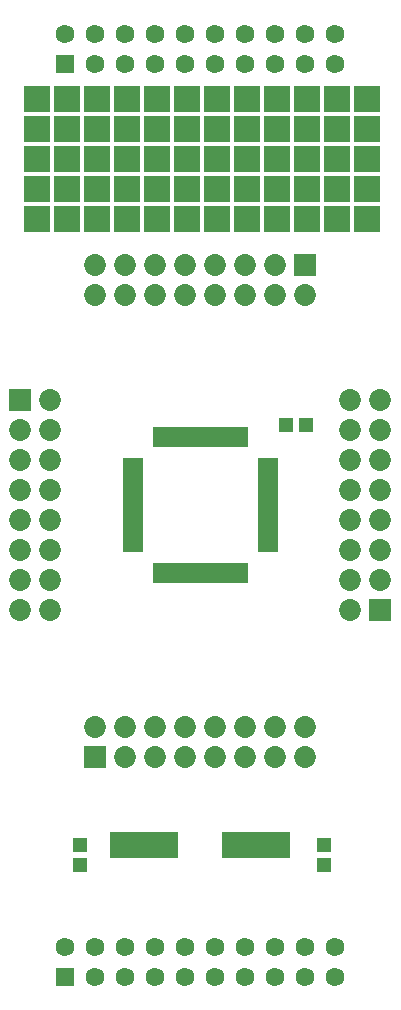
<source format=gbr>
%TF.GenerationSoftware,Altium Limited,Altium Designer,23.4.1 (23)*%
G04 Layer_Color=8388736*
%FSLAX45Y45*%
%MOMM*%
%TF.SameCoordinates,2443AD3D-16DC-45C5-9BCC-0FA72C26467A*%
%TF.FilePolarity,Negative*%
%TF.FileFunction,Soldermask,Top*%
%TF.Part,Single*%
G01*
G75*
%TA.AperFunction,SMDPad,CuDef*%
%ADD28R,1.30320X1.20320*%
%ADD29R,1.20320X1.30320*%
%ADD30R,1.67820X0.50320*%
%ADD31R,0.50320X1.67820*%
%ADD32R,5.80320X2.30320*%
%TA.AperFunction,ComponentPad*%
%ADD33R,1.85320X1.85320*%
%ADD34C,1.85320*%
%TA.AperFunction,ViaPad*%
%ADD35R,2.20320X2.20320*%
%TA.AperFunction,ComponentPad*%
%ADD36R,1.85320X1.85320*%
%ADD37R,1.59320X1.59320*%
%ADD38C,1.59320*%
D28*
X2375625Y5175250D02*
D03*
X2545625D02*
D03*
D29*
X2698750Y1454875D02*
D03*
Y1624875D02*
D03*
X635000Y1454875D02*
D03*
Y1624875D02*
D03*
D30*
X1076200Y4875000D02*
D03*
Y4825000D02*
D03*
Y4775000D02*
D03*
Y4725000D02*
D03*
Y4675000D02*
D03*
Y4625000D02*
D03*
Y4575000D02*
D03*
Y4525000D02*
D03*
Y4475000D02*
D03*
Y4425000D02*
D03*
Y4375000D02*
D03*
Y4325000D02*
D03*
Y4275000D02*
D03*
Y4225000D02*
D03*
Y4175000D02*
D03*
Y4125000D02*
D03*
X2223800D02*
D03*
Y4175000D02*
D03*
Y4225000D02*
D03*
Y4275000D02*
D03*
Y4325000D02*
D03*
Y4375000D02*
D03*
Y4425000D02*
D03*
Y4475000D02*
D03*
Y4525000D02*
D03*
Y4575000D02*
D03*
Y4625000D02*
D03*
Y4675000D02*
D03*
Y4725000D02*
D03*
Y4775000D02*
D03*
Y4825000D02*
D03*
Y4875000D02*
D03*
D31*
X1275000Y3926200D02*
D03*
X1325000D02*
D03*
X1375000D02*
D03*
X1425000D02*
D03*
X1475000D02*
D03*
X1525000D02*
D03*
X1575000D02*
D03*
X1625000D02*
D03*
X1675000D02*
D03*
X1725000D02*
D03*
X1775000D02*
D03*
X1825000D02*
D03*
X1875000D02*
D03*
X1925000D02*
D03*
X1975000D02*
D03*
X2025000D02*
D03*
Y5073800D02*
D03*
X1975000D02*
D03*
X1925000D02*
D03*
X1875000D02*
D03*
X1825000D02*
D03*
X1775000D02*
D03*
X1725000D02*
D03*
X1675000D02*
D03*
X1625000D02*
D03*
X1575000D02*
D03*
X1525000D02*
D03*
X1475000D02*
D03*
X1425000D02*
D03*
X1375000D02*
D03*
X1325000D02*
D03*
X1275000D02*
D03*
D32*
X1175000Y1619250D02*
D03*
X2125000D02*
D03*
D33*
X761000Y2368000D02*
D03*
X2539000Y6532000D02*
D03*
D34*
X761000Y2622000D02*
D03*
X1015000Y2368000D02*
D03*
Y2622000D02*
D03*
X1269000Y2368000D02*
D03*
Y2622000D02*
D03*
X1523000Y2368000D02*
D03*
Y2622000D02*
D03*
X1777000Y2368000D02*
D03*
Y2622000D02*
D03*
X2031000Y2368000D02*
D03*
Y2622000D02*
D03*
X2285000Y2368000D02*
D03*
Y2622000D02*
D03*
X2539000Y2368000D02*
D03*
Y2622000D02*
D03*
Y6278000D02*
D03*
X2285000Y6532000D02*
D03*
Y6278000D02*
D03*
X2031000Y6532000D02*
D03*
Y6278000D02*
D03*
X1777000Y6532000D02*
D03*
Y6278000D02*
D03*
X1523000Y6532000D02*
D03*
Y6278000D02*
D03*
X1269000Y6532000D02*
D03*
Y6278000D02*
D03*
X1015000Y6532000D02*
D03*
Y6278000D02*
D03*
X761000Y6532000D02*
D03*
Y6278000D02*
D03*
X381000Y5389000D02*
D03*
X127000Y5135000D02*
D03*
X381000D02*
D03*
X127000Y4881000D02*
D03*
X381000D02*
D03*
X127000Y4627000D02*
D03*
X381000D02*
D03*
X127000Y4373000D02*
D03*
X381000D02*
D03*
X127000Y4119000D02*
D03*
X381000D02*
D03*
X127000Y3865000D02*
D03*
X381000D02*
D03*
X127000Y3611000D02*
D03*
X381000D02*
D03*
X2919000D02*
D03*
X3173000Y3865000D02*
D03*
X2919000D02*
D03*
X3173000Y4119000D02*
D03*
X2919000D02*
D03*
X3173000Y4373000D02*
D03*
X2919000D02*
D03*
X3173000Y4627000D02*
D03*
X2919000D02*
D03*
X3173000Y4881000D02*
D03*
X2919000D02*
D03*
X3173000Y5135000D02*
D03*
X2919000D02*
D03*
X3173000Y5389000D02*
D03*
X2919000D02*
D03*
D35*
X2555875Y6921500D02*
D03*
X2301875D02*
D03*
X2809875D02*
D03*
X3063875D02*
D03*
X1539875D02*
D03*
X1793875D02*
D03*
X2047875D02*
D03*
X1285875D02*
D03*
X777875D02*
D03*
X523875D02*
D03*
X1031875D02*
D03*
X269875D02*
D03*
X2555875Y7175500D02*
D03*
X2301875D02*
D03*
X2809875D02*
D03*
X3063875D02*
D03*
X1539875D02*
D03*
X1793875D02*
D03*
X2047875D02*
D03*
X1285875D02*
D03*
X777875D02*
D03*
X523875D02*
D03*
X1031875D02*
D03*
X269875D02*
D03*
Y7429500D02*
D03*
X1031875D02*
D03*
X523875D02*
D03*
X777875D02*
D03*
X1285875D02*
D03*
X2047875D02*
D03*
X1793875D02*
D03*
X1539875D02*
D03*
X3063875D02*
D03*
X2809875D02*
D03*
X2301875D02*
D03*
X2555875D02*
D03*
X2301875Y7937500D02*
D03*
Y7683500D02*
D03*
X2555875D02*
D03*
Y7937500D02*
D03*
X3063875D02*
D03*
Y7683500D02*
D03*
X2809875D02*
D03*
Y7937500D02*
D03*
X1285875D02*
D03*
Y7683500D02*
D03*
X1539875D02*
D03*
Y7937500D02*
D03*
X2047875D02*
D03*
Y7683500D02*
D03*
X1793875D02*
D03*
Y7937500D02*
D03*
X777875D02*
D03*
Y7683500D02*
D03*
X1031875D02*
D03*
Y7937500D02*
D03*
X523875D02*
D03*
Y7683500D02*
D03*
X269875D02*
D03*
Y7937500D02*
D03*
D36*
X127000Y5389000D02*
D03*
X3173000Y3611000D02*
D03*
D37*
X508000Y8238000D02*
D03*
Y508000D02*
D03*
D38*
Y8492000D02*
D03*
X762000Y8238000D02*
D03*
Y8492000D02*
D03*
X1016000Y8238000D02*
D03*
Y8492000D02*
D03*
X1270000Y8238000D02*
D03*
Y8492000D02*
D03*
X1524000Y8238000D02*
D03*
Y8492000D02*
D03*
X1778000Y8238000D02*
D03*
Y8492000D02*
D03*
X2032000Y8238000D02*
D03*
Y8492000D02*
D03*
X2286000Y8238000D02*
D03*
Y8492000D02*
D03*
X2540000Y8238000D02*
D03*
Y8492000D02*
D03*
X2794000Y8238000D02*
D03*
Y8492000D02*
D03*
X508000Y762000D02*
D03*
X762000Y508000D02*
D03*
Y762000D02*
D03*
X1016000Y508000D02*
D03*
Y762000D02*
D03*
X1270000Y508000D02*
D03*
Y762000D02*
D03*
X1524000Y508000D02*
D03*
Y762000D02*
D03*
X1778000Y508000D02*
D03*
Y762000D02*
D03*
X2032000Y508000D02*
D03*
Y762000D02*
D03*
X2286000Y508000D02*
D03*
Y762000D02*
D03*
X2540000Y508000D02*
D03*
Y762000D02*
D03*
X2794000Y508000D02*
D03*
Y762000D02*
D03*
%TF.MD5,f0c9abfe48f529365872dd0e946099a1*%
M02*

</source>
